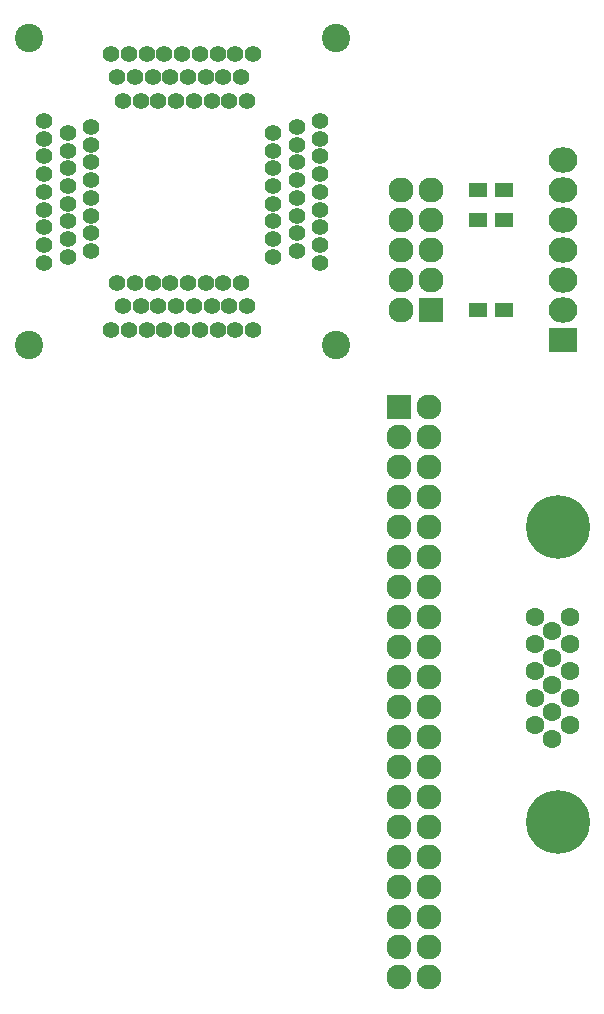
<source format=gbr>
G04 #@! TF.FileFunction,Soldermask,Bot*
%FSLAX46Y46*%
G04 Gerber Fmt 4.6, Leading zero omitted, Abs format (unit mm)*
G04 Created by KiCad (PCBNEW 4.0.7) date 03/27/18 21:31:00*
%MOMM*%
%LPD*%
G01*
G04 APERTURE LIST*
%ADD10C,0.100000*%
%ADD11R,2.127200X2.127200*%
%ADD12O,2.127200X2.127200*%
%ADD13R,2.432000X2.127200*%
%ADD14O,2.432000X2.127200*%
%ADD15R,1.600000X1.300000*%
%ADD16C,5.401260*%
%ADD17C,1.598880*%
%ADD18C,2.400000*%
%ADD19C,1.400000*%
G04 APERTURE END LIST*
D10*
D11*
X89814400Y-96494600D03*
D12*
X92354400Y-96494600D03*
X89814400Y-99034600D03*
X92354400Y-99034600D03*
X89814400Y-101574600D03*
X92354400Y-101574600D03*
X89814400Y-104114600D03*
X92354400Y-104114600D03*
X89814400Y-106654600D03*
X92354400Y-106654600D03*
X89814400Y-109194600D03*
X92354400Y-109194600D03*
X89814400Y-111734600D03*
X92354400Y-111734600D03*
X89814400Y-114274600D03*
X92354400Y-114274600D03*
X89814400Y-116814600D03*
X92354400Y-116814600D03*
X89814400Y-119354600D03*
X92354400Y-119354600D03*
X89814400Y-121894600D03*
X92354400Y-121894600D03*
X89814400Y-124434600D03*
X92354400Y-124434600D03*
X89814400Y-126974600D03*
X92354400Y-126974600D03*
X89814400Y-129514600D03*
X92354400Y-129514600D03*
X89814400Y-132054600D03*
X92354400Y-132054600D03*
X89814400Y-134594600D03*
X92354400Y-134594600D03*
X89814400Y-137134600D03*
X92354400Y-137134600D03*
X89814400Y-139674600D03*
X92354400Y-139674600D03*
X89814400Y-142214600D03*
X92354400Y-142214600D03*
X89814400Y-144754600D03*
X92354400Y-144754600D03*
D11*
X92583000Y-88265000D03*
D12*
X90043000Y-88265000D03*
X92583000Y-85725000D03*
X90043000Y-85725000D03*
X92583000Y-83185000D03*
X90043000Y-83185000D03*
X92583000Y-80645000D03*
X90043000Y-80645000D03*
X92583000Y-78105000D03*
X90043000Y-78105000D03*
D13*
X103759000Y-90805000D03*
D14*
X103759000Y-88265000D03*
X103759000Y-85725000D03*
X103759000Y-83185000D03*
X103759000Y-80645000D03*
X103759000Y-78105000D03*
X103759000Y-75565000D03*
D15*
X96563000Y-88265000D03*
X98763000Y-88265000D03*
X96563000Y-80645000D03*
X98763000Y-80645000D03*
X96563000Y-78105000D03*
X98763000Y-78105000D03*
D16*
X103319580Y-131620260D03*
D17*
X101320600Y-118859300D03*
X101320600Y-121145300D03*
X101320600Y-123436380D03*
X101320600Y-116565680D03*
X101320600Y-114277140D03*
X102819200Y-117711220D03*
X102819200Y-119999760D03*
X102819200Y-122290840D03*
X102819200Y-124581920D03*
D16*
X103319580Y-106631740D03*
D17*
X102819200Y-115420140D03*
X104320340Y-123436380D03*
X104320340Y-121145300D03*
X104317800Y-118856760D03*
X104320340Y-116565680D03*
X104320340Y-114277140D03*
D18*
X84475600Y-65257400D03*
X84475600Y-91257400D03*
X58475600Y-65257400D03*
D19*
X65475600Y-89957400D03*
X65975600Y-85957400D03*
X66475600Y-87957400D03*
X66975600Y-89957400D03*
X67475600Y-85957400D03*
X67975600Y-87957400D03*
X68475600Y-89957400D03*
X68975600Y-85957400D03*
X69475600Y-87957400D03*
X69975600Y-89957400D03*
X70475600Y-85957400D03*
X70975600Y-87957400D03*
X71475600Y-89957400D03*
X71975600Y-85957400D03*
X72475600Y-87957400D03*
X72975600Y-89957400D03*
X73475600Y-85957400D03*
X73975600Y-87957400D03*
X74475600Y-89957400D03*
X74975600Y-85957400D03*
X75475600Y-87957400D03*
X75975600Y-89957400D03*
X76475600Y-85957400D03*
X76975600Y-87957400D03*
X77475600Y-89957400D03*
X59775600Y-84257400D03*
X61775600Y-83757400D03*
X63775600Y-83257400D03*
X59775600Y-82757400D03*
X61775600Y-82257400D03*
X63775600Y-81757400D03*
X59775600Y-81257400D03*
X61775600Y-80757400D03*
X63775600Y-80257400D03*
X59775600Y-79757400D03*
X61775600Y-79257400D03*
X63775600Y-78757400D03*
X59775600Y-78257400D03*
X61775600Y-77757400D03*
X63775600Y-77257400D03*
X59775600Y-76757400D03*
X61775600Y-76257400D03*
X63775600Y-75757400D03*
X59775600Y-75257400D03*
X61775600Y-74757400D03*
X63775600Y-74257400D03*
X59775600Y-73757400D03*
X61775600Y-73257400D03*
X63775600Y-72757400D03*
X59775600Y-72257400D03*
X65475600Y-66557400D03*
X65975600Y-68557400D03*
X66475600Y-70557400D03*
X66975600Y-66557400D03*
X67475600Y-68557400D03*
X67975600Y-70557400D03*
X68475600Y-66557400D03*
X68975600Y-68557400D03*
X69475600Y-70557400D03*
X69975600Y-66557400D03*
X70475600Y-68557400D03*
X70975600Y-70557400D03*
X71475600Y-66557400D03*
X71975600Y-68557400D03*
X72475600Y-70557400D03*
X72975600Y-66557400D03*
X73475600Y-68557400D03*
X73975600Y-70557400D03*
X74475600Y-66557400D03*
X74975600Y-68557400D03*
X75475600Y-70557400D03*
X75975600Y-66557400D03*
X76475600Y-68557400D03*
X76975600Y-70557400D03*
X77475600Y-66557400D03*
X83175600Y-84257400D03*
X79175600Y-83757400D03*
X81175600Y-83257400D03*
X83175600Y-82757400D03*
X79175600Y-82257400D03*
X81175600Y-81757400D03*
X83175600Y-81257400D03*
X79175600Y-80757400D03*
X81175600Y-80257400D03*
X83175600Y-79757400D03*
X79175600Y-79257400D03*
X81175600Y-78757400D03*
X83175600Y-78257400D03*
X79175600Y-77757400D03*
X81175600Y-77257400D03*
X83175600Y-76757400D03*
X79175600Y-76257400D03*
X81175600Y-75757400D03*
X83175600Y-75257400D03*
X79175600Y-74757400D03*
X81175600Y-74257400D03*
X83175600Y-73757400D03*
X79175600Y-73257400D03*
X81175600Y-72757400D03*
X83175600Y-72257400D03*
D18*
X58475600Y-91257400D03*
M02*

</source>
